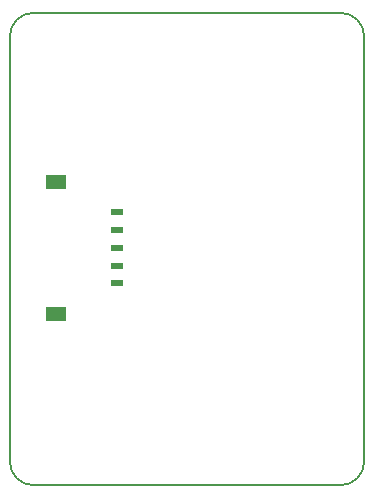
<source format=gbr>
G04 #@! TF.GenerationSoftware,KiCad,Pcbnew,5.1.6-c6e7f7d~86~ubuntu20.04.1*
G04 #@! TF.CreationDate,2020-05-17T01:17:36+03:00*
G04 #@! TF.ProjectId,PIC-ICSP-504050,5049432d-4943-4535-902d-353034303530,v1.0*
G04 #@! TF.SameCoordinates,Original*
G04 #@! TF.FileFunction,Paste,Top*
G04 #@! TF.FilePolarity,Positive*
%FSLAX46Y46*%
G04 Gerber Fmt 4.6, Leading zero omitted, Abs format (unit mm)*
G04 Created by KiCad (PCBNEW 5.1.6-c6e7f7d~86~ubuntu20.04.1) date 2020-05-17 01:17:36*
%MOMM*%
%LPD*%
G01*
G04 APERTURE LIST*
G04 #@! TA.AperFunction,Profile*
%ADD10C,0.150000*%
G04 #@! TD*
%ADD11R,1.000000X0.600000*%
%ADD12R,1.800000X1.250000*%
G04 APERTURE END LIST*
D10*
X78000000Y-50000000D02*
G75*
G02*
X80000000Y-52000000I0J-2000000D01*
G01*
X80000000Y-88000000D02*
G75*
G02*
X78000000Y-90000000I-2000000J0D01*
G01*
X52000000Y-90000000D02*
G75*
G02*
X50000000Y-88000000I0J2000000D01*
G01*
X50000000Y-52000000D02*
G75*
G02*
X52000000Y-50000000I2000000J0D01*
G01*
X50000000Y-88000000D02*
X50000000Y-52000000D01*
X52000000Y-90000000D02*
X78000000Y-90000000D01*
X80000000Y-52000000D02*
X80000000Y-88000000D01*
X52000000Y-50000000D02*
X78000000Y-50000000D01*
D11*
X59095000Y-72900000D03*
X59095000Y-71400000D03*
X59095000Y-69900000D03*
X59095000Y-68400000D03*
X59095000Y-66900000D03*
D12*
X53905000Y-75505000D03*
X53905000Y-64295000D03*
M02*

</source>
